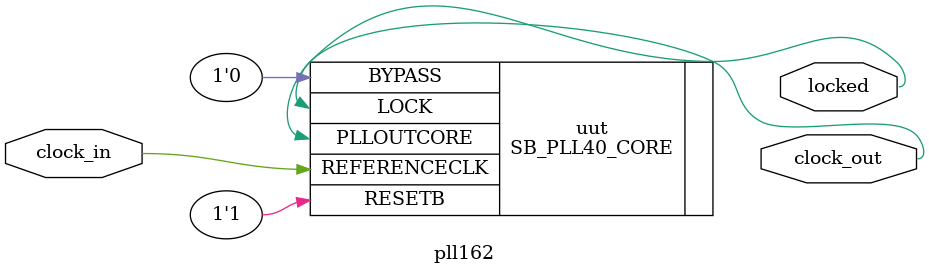
<source format=v>
/**
 * PLL configuration
 *
 * This Verilog module was generated automatically
 * using the icepll tool from the IceStorm project.
 * Use at your own risk.
 *
 * Given input frequency:        12.000 MHz
 * Requested output frequency:  162.000 MHz
 * Achieved output frequency:   162.000 MHz
 */

module pll162(
	input  clock_in,
	output clock_out,
	output locked
	);

SB_PLL40_CORE #(
		.FEEDBACK_PATH("SIMPLE"),
		.DIVR(4'b0000),		// DIVR =  0
		.DIVF(7'b0110101),	// DIVF = 53
		.DIVQ(3'b010),		// DIVQ =  2
		.FILTER_RANGE(3'b001)	// FILTER_RANGE = 1
	) uut (
		.LOCK(locked),
		.RESETB(1'b1),
		.BYPASS(1'b0),
		.REFERENCECLK(clock_in),
		.PLLOUTCORE(clock_out)
		);

endmodule

</source>
